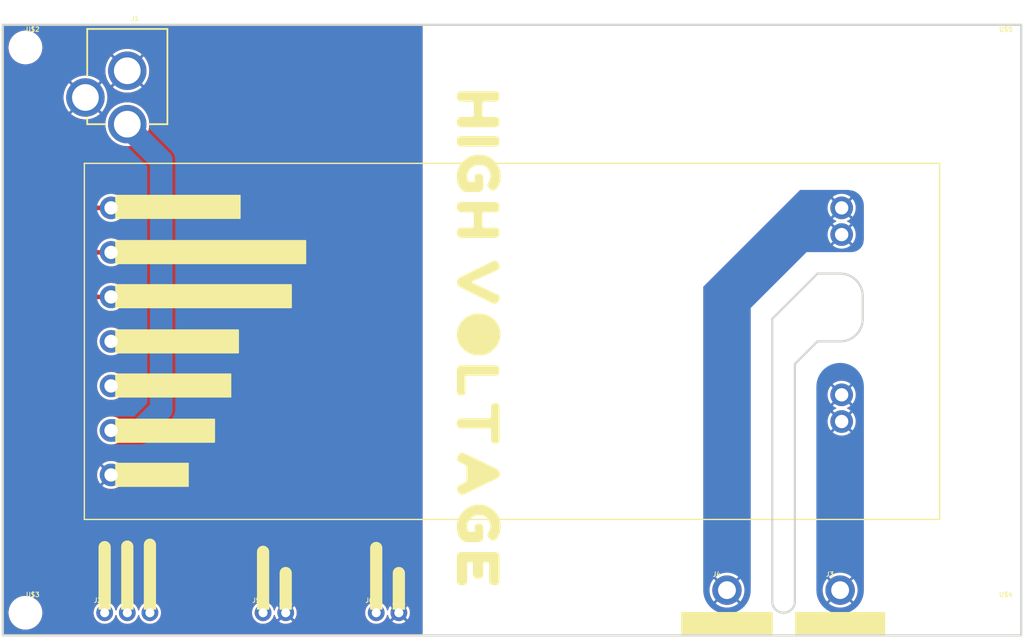
<source format=kicad_pcb>
(kicad_pcb (version 20221018) (generator pcbnew)
  (layers (0 "F.Cu" signal) (31 "B.Cu" signal) (34 "B.Paste" user) (35 "F.Paste" user) (36 "B.SilkS" user "B.Silkscreen") (37 "F.SilkS" user "F.Silkscreen") (38 "B.Mask" user) (39 "F.Mask" user) (44 "Edge.Cuts" user))
  (net 0 "")
  (net 1 "HVPOS")
  (net 2 "HVNEG")
  (net 3 "5REF")
  (net 4 "ADJ")
  (net 5 "GNDREF")
  (net 6 "12V")
  (net 7 "GND")
  (net 8 "EN")
  (net 9 "ISENSE")
  (footprint "working:ULTRAVOLT" (layer "F.Cu") (at 148.5011 106.2736 90)
    (fp_text reference "U$1" hide)
    (fp_text value "1A12-P4_M" hide)
    (fp_line (start -20 -48) (end -20 48) (stroke (width 0.1524)) (layer "F.SilkS"))
    (fp_line (start -20 48) (end 20 48) (stroke (width 0.1524)) (layer "F.SilkS"))
    (fp_line (start 20 -48) (end -20 -48) (stroke (width 0.1524)) (layer "F.SilkS"))
    (fp_line (start 20 48) (end 20 -48) (stroke (width 0.1524)) (layer "F.SilkS"))
    (pad "1" thru_hole circle (at -15 -45 270) (size 2.54 2.54) (drill 1.5) (layers "*.Cu" "*.Mask") (net 7 "GND"))
    (pad "2" thru_hole circle (at -10 -45 270) (size 2.54 2.54) (drill 1.5) (layers "*.Cu" "*.Mask") (net 6 "12V"))
    (pad "3" thru_hole circle (at -5 -45 270) (size 2.54 2.54) (drill 1.5) (layers "*.Cu" "*.Mask") (net 9 "ISENSE"))
    (pad "4" thru_hole circle (at 0 -45 270) (size 2.54 2.54) (drill 1.5) (layers "*.Cu" "*.Mask") (net 8 "EN"))
    (pad "5" thru_hole circle (at 5 -45 270) (size 2.54 2.54) (drill 1.5) (layers "*.Cu" "*.Mask") (net 5 "GNDREF"))
    (pad "6" thru_hole circle (at 10 -45 270) (size 2.54 2.54) (drill 1.5) (layers "*.Cu" "*.Mask") (net 4 "ADJ"))
    (pad "7" thru_hole circle (at 15 -45 270) (size 2.54 2.54) (drill 1.5) (layers "*.Cu" "*.Mask") (net 3 "5REF"))
    (pad "8" thru_hole circle (at 15 37 270) (size 2.54 2.54) (drill 1.5) (layers "*.Cu" "*.Mask") (net 2 "HVNEG"))
    (pad "9" thru_hole circle (at 12 37 270) (size 2.54 2.54) (drill 1.5) (layers "*.Cu" "*.Mask") (net 2 "HVNEG"))
    (pad "10" thru_hole circle (at -6 37 270) (size 2.54 2.54) (drill 1.5) (layers "*.Cu" "*.Mask") (net 1 "HVPOS"))
    (pad "11" thru_hole circle (at -9 37 270) (size 2.54 2.54) (drill 1.5) (layers "*.Cu" "*.Mask") (net 1 "HVPOS"))
  )
  (footprint "working:#_GND_#0" (layer "F.Cu") (at 123.1011 136.7536 90)
    (fp_text reference "U$21" hide)
    (fp_text value "" hide)
    (fp_poly (pts (xy 3.673424 -0.193878) (xy 3.714333 -0.132514) (xy 3.744835 -0.07151) (xy 3.755051 0) (xy 3.744835 0.07151) (xy 3.714235 0.13271) (xy 3.673557 0.183557) (xy 3.623347 0.223724) (xy 3.602071 0.245) (xy 3.385901 0.245) (xy 3.375 0.190495) (xy 3.375 -0.2225) (xy 3.418333 -0.255) (xy 3.55118 -0.255)) (fill solid) (layer "F.SilkS"))
    (fp_poly (pts (xy 4.470355 -0.685) (xy 4.540765 -0.674942) (xy 4.600765 -0.664942) (xy 4.67151 -0.654835) (xy 4.792236 -0.594472) (xy 4.852755 -0.564213) (xy 4.913375 -0.513696) (xy 4.953536 -0.473536) (xy 5.003886 -0.423185) (xy 5.044333 -0.362514) (xy 5.10468 -0.24182) (xy 5.124885 -0.171101) (xy 5.134942 -0.110765) (xy 5.145 -0.040355) (xy 5.145 0.030414) (xy 5.134942 0.090765) (xy 5.124901 0.161045) (xy 5.104778 0.231478) (xy 5.084532 0.292216) (xy 5.044218 0.352686) (xy 5.014089 0.402904) (xy 4.963696 0.463375) (xy 4.923375 0.503696) (xy 4.862904 0.554089) (xy 4.812686 0.584218) (xy 4.752124 0.624593) (xy 4.681478 0.644778) (xy 4.621153 0.664886) (xy 4.550707 0.67495) (xy 4.480355 0.685) (xy 0.345764 0.685) (xy 0.335 0.620414) (xy 0.335 -0.663385) (xy 0.389037 -0.685)) (fill solid) (layer "F.SilkS"))
  )
  (footprint "working:#_12V_IN#0" (layer "F.Cu") (at 103.2891 116.3066)
    (fp_text reference "U$12" hide)
    (fp_text value "" hide)
    (fp_poly (pts (xy 11.780734 -1.355) (xy 11.885 -1.32372) (xy 11.885 1.261061) (xy 11.843249 1.355) (xy 0.7377 1.355) (xy 0.675 1.28185) (xy 0.675 -1.2923) (xy 0.74815 -1.355)) (fill solid) (layer "F.SilkS"))
  )
  (footprint "working:#_GND_#0" (layer "F.Cu") (at 135.8011 136.7536 90)
    (fp_text reference "U$22" hide)
    (fp_text value "" hide)
    (fp_poly (pts (xy 3.673424 -0.193878) (xy 3.714333 -0.132514) (xy 3.744835 -0.07151) (xy 3.755051 0) (xy 3.744835 0.07151) (xy 3.714235 0.13271) (xy 3.673557 0.183557) (xy 3.623347 0.223724) (xy 3.602071 0.245) (xy 3.385901 0.245) (xy 3.375 0.190495) (xy 3.375 -0.2225) (xy 3.418333 -0.255) (xy 3.55118 -0.255)) (fill solid) (layer "F.SilkS"))
    (fp_poly (pts (xy 4.470355 -0.685) (xy 4.540765 -0.674942) (xy 4.600765 -0.664942) (xy 4.67151 -0.654835) (xy 4.792236 -0.594472) (xy 4.852755 -0.564213) (xy 4.913375 -0.513696) (xy 4.953536 -0.473536) (xy 5.003886 -0.423185) (xy 5.044333 -0.362514) (xy 5.10468 -0.24182) (xy 5.124885 -0.171101) (xy 5.134942 -0.110765) (xy 5.145 -0.040355) (xy 5.145 0.030414) (xy 5.134942 0.090765) (xy 5.124901 0.161045) (xy 5.104778 0.231478) (xy 5.084532 0.292216) (xy 5.044218 0.352686) (xy 5.014089 0.402904) (xy 4.963696 0.463375) (xy 4.923375 0.503696) (xy 4.862904 0.554089) (xy 4.812686 0.584218) (xy 4.752124 0.624593) (xy 4.681478 0.644778) (xy 4.621153 0.664886) (xy 4.550707 0.67495) (xy 4.480355 0.685) (xy 0.345764 0.685) (xy 0.335 0.620414) (xy 0.335 -0.663385) (xy 0.389037 -0.685)) (fill solid) (layer "F.SilkS"))
  )
  (footprint "working:1X01_2MM" (layer "F.Cu") (at 185.3311 134.2136)
    (fp_text reference "J3" (at -1.651 -1.778) (layer "F.SilkS") (effects (font (size 0.512064 0.512064) (thickness 0.097536)) (justify left)))
    (fp_text value "")
    (pad "1" thru_hole circle (at 0 0 90) (size 3.302 3.302) (drill 2) (layers "*.Cu" "*.Mask") (net 1 "HVPOS"))
  )
  (footprint "working:#_#5V_REF_#0" (layer "F.Cu") (at 102.7811 136.7536 90)
    (fp_text reference "U$14" hide)
    (fp_text value "" hide)
    (fp_poly (pts (xy 4.702982 -0.244276) (xy 4.744757 -0.192058) (xy 4.755117 -0.119539) (xy 4.734088 -0.056454) (xy 4.67118 -0.025) (xy 4.527929 -0.025) (xy 4.475 -0.077929) (xy 4.475 -0.210963) (xy 4.496615 -0.265) (xy 4.640811 -0.265)) (fill solid) (layer "F.SilkS"))
    (fp_poly (pts (xy 7.380355 -0.685) (xy 7.450765 -0.674942) (xy 7.510765 -0.664942) (xy 7.58151 -0.654835) (xy 7.76271 -0.564235) (xy 7.81334 -0.523731) (xy 7.863536 -0.473536) (xy 7.913886 -0.423185) (xy 7.954226 -0.362675) (xy 7.984462 -0.312281) (xy 8.014678 -0.241778) (xy 8.034886 -0.181153) (xy 8.044942 -0.110765) (xy 8.055 -0.050414) (xy 8.055 0.090355) (xy 8.044886 0.161153) (xy 8.024631 0.221918) (xy 7.964333 0.342514) (xy 7.92404 0.402954) (xy 7.883731 0.45334) (xy 7.83334 0.503731) (xy 7.782954 0.54404) (xy 7.722514 0.584333) (xy 7.601918 0.644631) (xy 7.541153 0.664886) (xy 7.470707 0.67495) (xy 7.400355 0.685) (xy 0.356615 0.685) (xy 0.335 0.630963) (xy 0.335 -0.6525) (xy 0.378333 -0.685)) (fill solid) (layer "F.SilkS"))
  )
  (footprint "working:1X03_NO_SILK" (layer "F.Cu") (at 102.7811 136.7536)
    (fp_text reference "J2" (at -1.27 -1.397) (layer "F.SilkS") (effects (font (size 0.512064 0.512064) (thickness 0.097536)) (justify left)))
    (fp_text value "")
    (pad "1" thru_hole circle (at 0 0 90) (size 1.8796 1.8796) (drill 1.016) (layers "*.Cu" "*.Mask") (net 3 "5REF"))
    (pad "2" thru_hole circle (at 2.54 0 90) (size 1.8796 1.8796) (drill 1.016) (layers "*.Cu" "*.Mask") (net 4 "ADJ"))
    (pad "3" thru_hole circle (at 5.08 0 90) (size 1.8796 1.8796) (drill 1.016) (layers "*.Cu" "*.Mask") (net 5 "GNDREF"))
  )
  (footprint "working:#_GND#0" (layer "F.Cu") (at 103.2891 121.2596)
    (fp_text reference "U$13" hide)
    (fp_text value "" hide)
    (fp_poly (pts (xy 7.110984 -0.494942) (xy 7.232454 -0.454452) (xy 7.343461 -0.363628) (xy 7.434287 -0.262711) (xy 7.484929 -0.14117) (xy 7.495025 0.000177) (xy 7.47486 0.141336) (xy 7.424287 0.262711) (xy 7.33354 0.36354) (xy 7.233237 0.453814) (xy 7.181754 0.495) (xy 6.765399 0.495) (xy 6.755 0.370208) (xy 6.755 -0.4425) (xy 6.838333 -0.505) (xy 6.970178 -0.505)) (fill solid) (layer "F.SilkS"))
    (fp_poly (pts (xy 8.935 -1.355) (xy 8.935 1.220192) (xy 8.92463 1.355) (xy 0.675 1.355) (xy 0.675 -1.355)) (fill solid) (layer "F.SilkS"))
  )
  (footprint "working:#_ENABLE_#0" (layer "F.Cu") (at 133.2611 136.7536 90)
    (fp_text reference "U$20" hide)
    (fp_text value "" hide)
    (fp_poly (pts (xy 3.523536 -0.07427) (xy 3.587196 0.06366) (xy 3.530495 0.075) (xy 3.45882 0.075) (xy 3.413429 0.052305) (xy 3.477195 -0.085855)) (fill solid) (layer "F.SilkS"))
    (fp_poly (pts (xy 4.704513 -0.223333) (xy 4.715355 -0.158284) (xy 4.672322 -0.115251) (xy 4.591938 -0.105203) (xy 4.554697 -0.077273) (xy 4.54512 -0.000659) (xy 4.56373 0.045865) (xy 4.631047 0.065098) (xy 4.703063 0.075387) (xy 4.735 0.128615) (xy 4.735 0.181385) (xy 4.703063 0.234613) (xy 4.630355 0.245) (xy 4.499586 0.245) (xy 4.435 0.234236) (xy 4.435 -0.244336) (xy 4.509645 -0.255) (xy 4.64118 -0.255)) (fill solid) (layer "F.SilkS"))
    (fp_poly (pts (xy 7.310355 -0.685) (xy 7.380707 -0.67495) (xy 7.451153 -0.664886) (xy 7.511778 -0.644678) (xy 7.582105 -0.614538) (xy 7.64271 -0.584235) (xy 7.693123 -0.543904) (xy 7.74334 -0.503731) (xy 7.793886 -0.453185) (xy 7.834043 -0.392948) (xy 7.874235 -0.34271) (xy 7.90468 -0.28182) (xy 7.924778 -0.211478) (xy 7.944886 -0.151153) (xy 7.95495 -0.080707) (xy 7.965 -0.010355) (xy 7.965 0.050355) (xy 7.954901 0.121045) (xy 7.934778 0.191478) (xy 7.914631 0.251918) (xy 7.854333 0.372514) (xy 7.813886 0.433185) (xy 7.76334 0.483731) (xy 7.713123 0.523904) (xy 7.662954 0.56404) (xy 7.602514 0.604333) (xy 7.541918 0.634631) (xy 7.481153 0.654886) (xy 7.410707 0.66495) (xy 7.340765 0.674942) (xy 7.280414 0.685) (xy 0.3675 0.685) (xy 0.335 0.641667) (xy 0.335 -0.6525) (xy 0.378333 -0.685)) (fill solid) (layer "F.SilkS"))
  )
  (footprint "working:STAND-OFF" (layer "F.Cu") (at 93.8911 136.7536)
    (fp_text reference "U$3" (at 0 -2.032) (layer "F.SilkS") (effects (font (size 0.512064 0.512064) (thickness 0.097536)) (justify left)))
    (fp_text value "")
    (pad "" np_thru_hole circle (at 0 0) (size 3.302 3.302) (drill 3.302) (layers "*.Cu" "*.Mask"))
  )
  (footprint "working:#_#5V_REF#0" (layer "F.Cu") (at 103.2891 91.1606)
    (fp_text reference "U$7" hide)
    (fp_text value "" hide)
    (fp_poly (pts (xy 9.38208 -0.494739) (xy 9.484515 -0.412791) (xy 9.515162 -0.269774) (xy 9.474238 -0.13677) (xy 9.361798 -0.065218) (xy 9.230382 -0.045) (xy 8.955586 -0.045) (xy 8.945 -0.129689) (xy 8.945 -0.40067) (xy 8.976181 -0.515) (xy 9.250382 -0.515)) (fill solid) (layer "F.SilkS"))
    (fp_poly (pts (xy 14.630208 -1.355) (xy 14.755 -1.344601) (xy 14.755 1.240451) (xy 14.734173 1.355) (xy 0.779266 1.355) (xy 0.675 1.32372) (xy 0.675 -1.261061) (xy 0.716751 -1.355)) (fill solid) (layer "F.SilkS"))
  )
  (footprint "working:#HV_P#0" (layer "F.Cu") (at 185.3311 138.0236)
    (fp_text reference "U$17" hide)
    (fp_text value "" hide)
    (fp_poly (pts (xy 3.502661 -0.474517) (xy 3.594735 -0.372214) (xy 3.615144 -0.229346) (xy 3.563757 -0.106018) (xy 3.36085 -0.035) (xy 3.086615 -0.035) (xy 3.045 -0.139037) (xy 3.045 -0.411296) (xy 3.097058 -0.505) (xy 3.370569 -0.505)) (fill solid) (layer "F.SilkS"))
    (fp_poly (pts (xy 4.98185 -1.355) (xy 5.055 -1.2923) (xy 5.055 1.2923) (xy 4.98185 1.355) (xy -5.055 1.355) (xy -5.055 -1.355)) (fill solid) (layer "F.SilkS"))
  )
  (footprint "working:POWER_JACK_PTH" (layer "F.Cu") (at 105.3211 68.1736 180)
    (fp_text reference "J1" (at -1.3716 -1.8288) (layer "F.SilkS") (effects (font (size 0.512064 0.512064) (thickness 0.097536)) (justify right)))
    (fp_text value "POWER_JACK")
    (fp_line (start -4.5 -13.7) (end -2.4 -13.7) (stroke (width 0.2032)) (layer "F.SilkS"))
    (fp_line (start -4.5 -3) (end -4.5 -13.7) (stroke (width 0.2032)) (layer "F.SilkS"))
    (fp_line (start -4.5 -3) (end 4.5 -3) (stroke (width 0.2032)) (layer "F.SilkS"))
    (fp_line (start 4.5 -13.7) (end 2.4 -13.7) (stroke (width 0.2032)) (layer "F.SilkS"))
    (fp_line (start 4.5 -13.7) (end 4.5 -13) (stroke (width 0.2032)) (layer "F.SilkS"))
    (fp_line (start 4.5 -3) (end 4.5 -8.3) (stroke (width 0.2032)) (layer "F.SilkS"))
    (pad "GND" thru_hole circle (at 0 -7.7 180) (size 4.318 4.318) (drill 2.9972) (layers "*.Cu" "*.Mask") (net 7 "GND"))
    (pad "GNDBREAK" thru_hole circle (at 4.7 -10.7 270) (size 4.318 4.318) (drill 2.9972) (layers "*.Cu" "*.Mask") (net 7 "GND"))
    (pad "PWR" thru_hole circle (at 0 -13.7 180) (size 4.318 4.318) (drill 2.9972) (layers "*.Cu" "*.Mask") (net 6 "12V"))
  )
  (footprint "working:#_REMOTE_ADJ#0" (layer "F.Cu") (at 103.2891 96.2406)
    (fp_text reference "U$8" hide)
    (fp_text value "" hide)
    (fp_poly (pts (xy 16.474643 0.028137) (xy 16.517138 0.145) (xy 16.236096 0.145) (xy 16.214734 0.059553) (xy 16.325801 -0.192872) (xy 16.361633 -0.228704)) (fill solid) (layer "F.SilkS"))
    (fp_poly (pts (xy 3.042556 -0.484515) (xy 3.134714 -0.392357) (xy 3.155144 -0.249346) (xy 3.10397 -0.126527) (xy 2.981528 -0.055103) (xy 2.850192 -0.045) (xy 2.71819 -0.045) (xy 2.595 -0.147658) (xy 2.595 -0.421296) (xy 2.647058 -0.515) (xy 2.920616 -0.515)) (fill solid) (layer "F.SilkS"))
    (fp_poly (pts (xy 18.671864 -0.474701) (xy 18.793194 -0.403925) (xy 18.883995 -0.303035) (xy 18.954679 -0.19196) (xy 18.985041 -0.060393) (xy 18.974947 0.080925) (xy 18.934534 0.212267) (xy 18.853891 0.323151) (xy 18.762956 0.42419) (xy 18.590989 0.495) (xy 18.317929 0.495) (xy 18.245 0.422071) (xy 18.245 -0.390451) (xy 18.265827 -0.505) (xy 18.540569 -0.505)) (fill solid) (layer "F.SilkS"))
    (fp_poly (pts (xy 9.401183 -0.534924) (xy 9.522599 -0.484334) (xy 9.633665 -0.393462) (xy 9.714499 -0.282315) (xy 9.754886 -0.161153) (xy 9.775047 -0.020024) (xy 9.754869 0.131314) (xy 9.704344 0.252573) (xy 9.623484 0.353648) (xy 9.512409 0.434431) (xy 9.381112 0.484929) (xy 9.249621 0.495044) (xy 9.11804 0.464679) (xy 9.007064 0.394058) (xy 8.896222 0.303369) (xy 8.805 0.161469) (xy 8.805 -0.120752) (xy 8.84542 -0.252115) (xy 8.916148 -0.36326) (xy 9.017037 -0.45406) (xy 9.138301 -0.524797) (xy 9.269809 -0.545029)) (fill solid) (layer "F.SilkS"))
    (fp_poly (pts (xy 22.094173 -1.355) (xy 22.115 -1.240451) (xy 22.115 1.344601) (xy 21.990208 1.355) (xy 0.716751 1.355) (xy 0.675 1.261061) (xy 0.675 -1.32372) (xy 0.779266 -1.355)) (fill solid) (layer "F.SilkS"))
  )
  (footprint "working:#_I_SENSE_#0" (layer "F.Cu") (at 120.5611 136.7536 90)
    (fp_text reference "U$19" hide)
    (fp_text value "" hide)
    (fp_poly (pts (xy 6.840355 -0.685) (xy 6.910357 -0.675) (xy 6.9707 -0.675) (xy 7.041478 -0.654778) (xy 7.101778 -0.634678) (xy 7.172593 -0.604328) (xy 7.222948 -0.564044) (xy 7.282954 -0.52404) (xy 7.333557 -0.483557) (xy 7.37404 -0.432954) (xy 7.41416 -0.372774) (xy 7.454333 -0.312514) (xy 7.484631 -0.251918) (xy 7.504886 -0.191153) (xy 7.514942 -0.120765) (xy 7.524942 -0.060765) (xy 7.535051 0.01) (xy 7.52495 0.080707) (xy 7.514886 0.151153) (xy 7.494743 0.211581) (xy 7.474631 0.271918) (xy 7.444333 0.332514) (xy 7.40404 0.392954) (xy 7.363731 0.44334) (xy 7.313536 0.493536) (xy 7.263185 0.543886) (xy 7.202675 0.584226) (xy 7.152281 0.614462) (xy 7.081778 0.644678) (xy 7.021153 0.664886) (xy 6.950765 0.674942) (xy 6.890414 0.685) (xy 0.37882 0.685) (xy 0.335 0.66309) (xy 0.335 -0.630963) (xy 0.356615 -0.685)) (fill solid) (layer "F.SilkS"))
  )
  (footprint "working:STAND-OFF" (layer "F.Cu") (at 203.1111 136.7536)
    (fp_text reference "U$4" (at 0 -2.032) (layer "F.SilkS") (effects (font (size 0.512064 0.512064) (thickness 0.097536)) (justify left)))
    (fp_text value "")
    (pad "" np_thru_hole circle (at 0 0) (size 3.302 3.302) (drill 3.302) (layers "*.Cu" "*.Mask"))
  )
  (footprint "working:#_ENABLE#0" (layer "F.Cu") (at 103.2891 106.2736)
    (fp_text reference "U$10" hide)
    (fp_text value "" hide)
    (fp_poly (pts (xy 7.053954 -0.113373) (xy 7.167513 0.134391) (xy 7.040208 0.145) (xy 6.897658 0.145) (xy 6.844176 0.080821) (xy 6.957821 -0.177462)) (fill solid) (layer "F.SilkS"))
    (fp_poly (pts (xy 9.415 -0.442968) (xy 9.415 -0.297555) (xy 9.321861 -0.225113) (xy 9.17202 -0.215123) (xy 9.094868 -0.147615) (xy 9.085089 0.01862) (xy 9.142988 0.105468) (xy 9.41325 0.155517) (xy 9.475117 0.26894) (xy 9.46483 0.382092) (xy 9.38254 0.474668) (xy 9.250382 0.495) (xy 8.978704 0.495) (xy 8.885 0.442942) (xy 8.885 -0.505) (xy 9.301275 -0.505)) (fill solid) (layer "F.SilkS"))
    (fp_poly (pts (xy 14.491602 -1.355) (xy 14.565 -1.302573) (xy 14.565 1.281602) (xy 14.512573 1.355) (xy 0.695827 1.355) (xy 0.675 1.240451) (xy 0.675 -1.334173) (xy 0.789549 -1.355)) (fill solid) (layer "F.SilkS"))
  )
  (footprint "working:#_ADJUST_#0" (layer "F.Cu") (at 105.3211 136.7536 90)
    (fp_text reference "U$15" hide)
    (fp_text value "" hide)
    (fp_poly (pts (xy 1.574629 0.01811) (xy 1.597385 0.075) (xy 1.445 0.075) (xy 1.445 0.029072) (xy 1.496566 -0.105) (xy 1.523333 -0.105)) (fill solid) (layer "F.SilkS"))
    (fp_poly (pts (xy 2.682007 -0.234627) (xy 2.7331 -0.203971) (xy 2.784109 -0.152962) (xy 2.814835 -0.09151) (xy 2.825 -0.020355) (xy 2.825 0.050811) (xy 2.804532 0.112216) (xy 2.76373 0.173419) (xy 2.712427 0.214461) (xy 2.620811 0.245) (xy 2.487929 0.245) (xy 2.455 0.212071) (xy 2.455 -0.200963) (xy 2.476615 -0.255) (xy 2.6107 -0.255)) (fill solid) (layer "F.SilkS"))
    (fp_poly (pts (xy 7.520765 -0.674942) (xy 7.591045 -0.664901) (xy 7.661478 -0.644778) (xy 7.721918 -0.624631) (xy 7.782514 -0.594333) (xy 7.842954 -0.55404) (xy 7.89334 -0.513731) (xy 7.943731 -0.46334) (xy 7.98404 -0.412954) (xy 8.024333 -0.352514) (xy 8.084835 -0.23151) (xy 8.094886 -0.161149) (xy 8.115 -0.100811) (xy 8.115 0.110811) (xy 8.094778 0.171478) (xy 8.07468 0.24182) (xy 8.014235 0.36271) (xy 7.974043 0.412948) (xy 7.93373 0.473419) (xy 7.883123 0.513904) (xy 7.832954 0.55404) (xy 7.772514 0.594333) (xy 7.71182 0.62468) (xy 7.641478 0.644778) (xy 7.581153 0.664886) (xy 7.510765 0.674942) (xy 7.450414 0.685) (xy 0.39097 0.685) (xy 0.390484 0.685196) (xy 0.389504 0.685) (xy 0.374572 0.685) (xy 0.379475 0.682994) (xy 0.335 0.674099) (xy 0.335 -0.620414) (xy 0.345764 -0.685) (xy 7.460414 -0.685)) (fill solid) (layer "F.SilkS"))
  )
  (footprint "working:#_I_SENSE#0" (layer "F.Cu") (at 103.2891 111.2266)
    (fp_text reference "U$11" hide)
    (fp_text value "" hide)
    (fp_poly (pts (xy 13.69463 -1.355) (xy 13.705 -1.220192) (xy 13.705 1.355) (xy 0.685399 1.355) (xy 0.675 1.230208) (xy 0.675 -1.355)) (fill solid) (layer "F.SilkS"))
  )
  (footprint "working:#HV_N#0" (layer "F.Cu") (at 172.6311 138.0236)
    (fp_text reference "U$16" hide)
    (fp_text value "" hide)
    (fp_poly (pts (xy 5.145 -1.355) (xy 5.145 1.230208) (xy 5.134601 1.355) (xy -5.020208 1.355) (xy -5.145 1.344601) (xy -5.145 -1.230208) (xy -5.134601 -1.355)) (fill solid) (layer "F.SilkS"))
  )
  (footprint "working:STAND-OFF" (layer "F.Cu") (at 93.8911 73.2536)
    (fp_text reference "U$2" (at 0 -2.032) (layer "F.SilkS") (effects (font (size 0.512064 0.512064) (thickness 0.097536)) (justify left)))
    (fp_text value "")
    (pad "" np_thru_hole circle (at 0 0) (size 3.302 3.302) (drill 3.302) (layers "*.Cu" "*.Mask"))
  )
  (footprint "working:1X02_NO_SILK" (layer "F.Cu") (at 120.5611 136.7536)
    (fp_text reference "J5" (at -1.27 -1.397) (layer "F.SilkS") (effects (font (size 0.512064 0.512064) (thickness 0.097536)) (justify left)))
    (fp_text value "")
    (pad "1" thru_hole circle (at 0 0 90) (size 1.8796 1.8796) (drill 1.016) (layers "*.Cu" "*.Mask") (net 9 "ISENSE"))
    (pad "2" thru_hole circle (at 2.54 0 90) (size 1.8796 1.8796) (drill 1.016) (layers "*.Cu" "*.Mask") (net 7 "GND"))
  )
  (footprint "working:#_SIGNAL_GND#0" (layer "F.Cu") (at 103.2891 101.1936)
    (fp_text reference "U$9" hide)
    (fp_text value "" hide)
    (fp_poly (pts (xy 9.954532 0.017885) (xy 10.01809 0.145) (xy 9.737098 0.145) (xy 9.694409 0.070293) (xy 9.80555 -0.182302) (xy 9.840685 -0.240859)) (fill solid) (layer "F.SilkS"))
    (fp_poly (pts (xy 18.670925 -0.494947) (xy 18.802267 -0.454534) (xy 18.913484 -0.373648) (xy 18.994389 -0.272518) (xy 19.04486 -0.141292) (xy 19.065055 -0.010027) (xy 19.04486 0.131336) (xy 18.994287 0.252711) (xy 18.903629 0.353443) (xy 18.803536 0.453536) (xy 18.762071 0.495) (xy 18.345827 0.495) (xy 18.325 0.380451) (xy 18.325 -0.4423) (xy 18.39815 -0.505) (xy 18.530178 -0.505)) (fill solid) (layer "F.SilkS"))
    (fp_poly (pts (xy 20.463249 -1.355) (xy 20.505 -1.261061) (xy 20.505 1.32372) (xy 20.400734 1.355) (xy 0.758566 1.355) (xy 0.675 1.302771) (xy 0.675 -1.281602) (xy 0.727427 -1.355)) (fill solid) (layer "F.SilkS"))
  )
  (footprint "working:1X02_NO_SILK" (layer "F.Cu") (at 133.2611 136.7536)
    (fp_text reference "J6" (at -1.27 -1.397) (layer "F.SilkS") (effects (font (size 0.512064 0.512064) (thickness 0.097536)) (justify left)))
    (fp_text value "")
    (pad "1" thru_hole circle (at 0 0 90) (size 1.8796 1.8796) (drill 1.016) (layers "*.Cu" "*.Mask") (net 8 "EN"))
    (pad "2" thru_hole circle (at 2.54 0 90) (size 1.8796 1.8796) (drill 1.016) (layers "*.Cu" "*.Mask") (net 7 "GND"))
  )
  (footprint "working:STAND-OFF" (layer "F.Cu") (at 203.1111 73.2536)
    (fp_text reference "U$5" (at 0 -2.032) (layer "F.SilkS") (effects (font (size 0.512064 0.512064) (thickness 0.097536)) (justify left)))
    (fp_text value "")
    (pad "" np_thru_hole circle (at 0 0) (size 3.302 3.302) (drill 3.302) (layers "*.Cu" "*.Mask"))
  )
  (footprint "working:HIGH_VOLTAGE0" (layer "F.Cu") (at 144.6911 74.5236 -90)
    (fp_text reference "U$6" hide)
    (fp_text value "" hide)
    (fp_poly (pts (xy 9.682931 -2.324471) (xy 9.844908 -2.101752) (xy 9.865 -1.750143) (xy 9.865 1.620069) (xy 9.854975 1.980963) (xy 9.753887 2.2539) (xy 9.450833 2.36502) (xy 9.008563 2.354969) (xy 8.755462 2.203108) (xy 8.705012 1.910497) (xy 8.695 1.550069) (xy 8.695 -1.830234) (xy 8.725176 -2.152115) (xy 8.907536 -2.354737) (xy 9.320247 -2.405067)) (fill solid) (layer "F.SilkS"))
    (fp_poly (pts (xy 35.514239 -2.253434) (xy 35.595 -1.960677) (xy 35.595 1.415) (xy 37.280214 1.415) (xy 37.632596 1.445204) (xy 37.814952 1.678215) (xy 37.825034 2.041154) (xy 37.683309 2.31448) (xy 37.350451 2.375) (xy 34.979466 2.375) (xy 34.60712 2.294493) (xy 34.455092 2.091789) (xy 34.435 1.730139) (xy 34.435 -1.990784) (xy 34.525912 -2.27362) (xy 34.788902 -2.395) (xy 35.241219 -2.395)) (fill solid) (layer "F.SilkS"))
    (fp_poly (pts (xy 43.184759 -2.253027) (xy 43.215033 -1.899825) (xy 43.164507 -1.576454) (xy 42.870994 -1.455) (xy 41.830322 -1.455) (xy 41.525 -1.415603) (xy 41.525 1.650071) (xy 41.514967 2.001211) (xy 41.373495 2.294262) (xy 41.060501 2.375034) (xy 40.688248 2.354913) (xy 40.425239 2.162714) (xy 40.395 1.850241) (xy 40.395 -1.228773) (xy 40.276969 -1.455) (xy 39.259857 -1.455) (xy 38.907745 -1.475121) (xy 38.69511 -1.697881) (xy 38.674934 -2.061048) (xy 38.816646 -2.344472) (xy 39.149549 -2.405) (xy 42.921339 -2.405)) (fill solid) (layer "F.SilkS"))
    (fp_poly (pts (xy 27.162389 -2.344492) (xy 27.464381 -2.102899) (xy 27.535202 -1.849966) (xy 27.434673 -1.508168) (xy 25.784446 1.81229) (xy 25.623957 2.113206) (xy 25.372149 2.324725) (xy 25.049547 2.375131) (xy 24.726906 2.264224) (xy 24.525714 1.992615) (xy 22.735296 -1.638233) (xy 22.654623 -1.940757) (xy 22.806401 -2.193721) (xy 23.1684 -2.394831) (xy 23.471586 -2.435256) (xy 23.713925 -2.22321) (xy 23.834461 -2.012272) (xy 24.014563 -1.612044) (xy 24.834552 0.227931) (xy 25.024042 0.636831) (xy 25.118152 0.712119) (xy 26.395468 -2.032112) (xy 26.536342 -2.333984) (xy 26.839872 -2.445279)) (fill solid) (layer "F.SilkS"))
    (fp_poly (pts (xy 47.013395 -2.323893) (xy 47.144335 -2.132519) (xy 48.78451 1.237841) (xy 48.944776 1.578407) (xy 49.005292 1.870899) (xy 48.853611 2.1237) (xy 48.481542 2.334874) (xy 48.168332 2.365185) (xy 47.925968 2.153115) (xy 47.765484 1.832148) (xy 47.625718 1.522667) (xy 47.437409 1.294714) (xy 47.43753 1.295) (xy 45.73309 1.295) (xy 45.584487 1.592207) (xy 45.434443 1.902298) (xy 45.273767 2.193522) (xy 44.990768 2.37545) (xy 44.687913 2.284594) (xy 44.336041 2.063417) (xy 44.224647 1.810248) (xy 44.335359 1.47811) (xy 45.975515 -1.902209) (xy 46.126008 -2.203197) (xy 46.397963 -2.42479) (xy 46.730891 -2.465145)) (fill solid) (layer "F.SilkS"))
    (fp_poly (pts (xy 4.69378 -2.283898) (xy 4.804972 -2.021081) (xy 4.815 -1.660069) (xy 4.815 -0.642072) (xy 4.982072 -0.475) (xy 6.348265 -0.475) (xy 6.535 -0.622422) (xy 6.535 -2.000811) (xy 6.636047 -2.303953) (xy 6.939253 -2.405021) (xy 7.321316 -2.394967) (xy 7.604215 -2.243414) (xy 7.695 -1.930711) (xy 7.695 1.83054) (xy 7.624541 2.15264) (xy 7.422113 2.334825) (xy 6.989416 2.375076) (xy 6.656316 2.264042) (xy 6.545029 2.011118) (xy 6.535 1.650069) (xy 6.534999 0.632326) (xy 6.348174 0.475) (xy 4.991901 0.475) (xy 4.815 0.632245) (xy 4.815 1.650071) (xy 4.80497 2.001129) (xy 4.68365 2.274098) (xy 4.36054 2.37507) (xy 3.918174 2.334855) (xy 3.695307 2.17277) (xy 3.655 1.850311) (xy 3.655 -1.920479) (xy 3.715482 -2.232971) (xy 3.938356 -2.38493) (xy 4.380824 -2.405043)) (fill solid) (layer "F.SilkS"))
    (fp_poly (pts (xy 17.12378 -2.283898) (xy 17.234972 -2.021081) (xy 17.245 -1.660069) (xy 17.245 -0.642072) (xy 17.412072 -0.475) (xy 18.768333 -0.475) (xy 18.965 -0.622499) (xy 18.965 -2.000811) (xy 19.066047 -2.303953) (xy 19.369253 -2.405021) (xy 19.751316 -2.394967) (xy 20.034294 -2.243372) (xy 20.114982 -1.930705) (xy 20.125 -1.580071) (xy 20.125 1.83054) (xy 20.054541 2.15264) (xy 19.852113 2.334825) (xy 19.419439 2.375074) (xy 19.076229 2.264035) (xy 18.975027 2.01103) (xy 18.965 1.650069) (xy 18.965 0.632326) (xy 18.778174 0.475) (xy 17.421901 0.475) (xy 17.245 0.632245) (xy 17.245 1.650143) (xy 17.224944 2.001116) (xy 17.113741 2.274069) (xy 16.79054 2.37507) (xy 16.348174 2.334855) (xy 16.125307 2.17277) (xy 16.085 1.850311) (xy 16.085 -1.920479) (xy 16.145482 -2.232971) (xy 16.368356 -2.38493) (xy 16.810824 -2.405043)) (fill solid) (layer "F.SilkS"))
    (fp_poly (pts (xy 58.811445 -2.384922) (xy 59.064466 -2.24323) (xy 59.135059 -1.880179) (xy 59.084755 -1.467683) (xy 58.89225 -1.275179) (xy 58.55022 -1.245) (xy 56.850342 -1.245) (xy 56.565 -1.205642) (xy 56.565 -0.870342) (xy 56.604358 -0.585) (xy 57.970758 -0.585) (xy 58.263388 -0.494184) (xy 58.405 -0.241305) (xy 58.405 0.201296) (xy 58.253472 0.474046) (xy 57.980961 0.574976) (xy 57.610068 0.585) (xy 56.594525 0.585) (xy 56.565 0.880248) (xy 56.565 1.215) (xy 58.600388 1.215) (xy 58.922595 1.265345) (xy 59.104873 1.478002) (xy 59.13505 1.910549) (xy 59.034154 2.253596) (xy 58.791157 2.36497) (xy 58.430069 2.375) (xy 56.059751 2.375) (xy 55.658016 2.334826) (xy 55.445288 2.162619) (xy 55.405 1.840311) (xy 55.405 -1.920616) (xy 55.485647 -2.243204) (xy 55.718478 -2.384927) (xy 56.099869 -2.405) (xy 58.480151 -2.405)) (fill solid) (layer "F.SilkS"))
    (fp_poly (pts (xy 13.470537 -2.534986) (xy 13.79128 -2.474847) (xy 14.112002 -2.364599) (xy 14.41262 -2.20427) (xy 14.714034 -1.993279) (xy 14.835418 -1.710051) (xy 14.704233 -1.387136) (xy 14.422583 -1.115545) (xy 14.179587 -1.044671) (xy 13.85791 -1.195458) (xy 13.548589 -1.33515) (xy 13.199937 -1.384957) (xy 12.86114 -1.345099) (xy 12.552434 -1.235558) (xy 12.283532 -1.026412) (xy 12.084386 -0.777479) (xy 11.964896 -0.468799) (xy 11.92504 -0.110091) (xy 11.974865 0.228717) (xy 12.094419 0.537566) (xy 12.293649 0.806526) (xy 12.572688 1.035736) (xy 12.871402 1.175136) (xy 13.190023 1.214964) (xy 13.538703 1.175115) (xy 13.815 1.056702) (xy 13.815 0.384855) (xy 13.479857 0.374998) (xy 13.117801 0.364941) (xy 12.915057 0.15206) (xy 12.904975 -0.200818) (xy 13.016218 -0.504208) (xy 13.339384 -0.585) (xy 14.360392 -0.585) (xy 14.74246 -0.524674) (xy 14.924725 -0.332283) (xy 14.975 0.019645) (xy 14.975 1.380635) (xy 14.894515 1.692515) (xy 14.663246 1.933839) (xy 14.412447 2.104382) (xy 14.121691 2.234722) (xy 13.790932 2.324928) (xy 13.420335 2.364993) (xy 13.039772 2.375008) (xy 12.699025 2.33492) (xy 12.378254 2.244703) (xy 12.07758 2.104388) (xy 11.797014 1.924024) (xy 11.526489 1.693577) (xy 11.296111 1.43315) (xy 11.095682 1.162571) (xy 10.955368 0.861898) (xy 10.845149 0.551279) (xy 10.785025 0.210579) (xy 10.764992 -0.14) (xy 10.78503 -0.490665) (xy 10.855192 -0.82143) (xy 10.975459 -1.13212) (xy 11.135783 -1.422708) (xy 11.336233 -1.693315) (xy 11.586757 -1.933818) (xy 11.867227 -2.14417) (xy 12.157819 -2.314517) (xy 12.468485 -2.434775) (xy 12.789169 -2.514946) (xy 13.129853 -2.545006)) (fill solid) (layer "F.SilkS"))
    (fp_poly (pts (xy 52.790537 -2.534986) (xy 53.111305 -2.474843) (xy 53.421992 -2.364599) (xy 53.732592 -2.204289) (xy 54.034034 -1.993279) (xy 54.155418 -1.710051) (xy 54.024233 -1.387136) (xy 53.742563 -1.115525) (xy 53.48956 -1.044684) (xy 53.167882 -1.195471) (xy 52.868559 -1.335154) (xy 52.519937 -1.384957) (xy 52.18114 -1.345099) (xy 51.872434 -1.235558) (xy 51.603532 -1.026412) (xy 51.404386 -0.777479) (xy 51.284896 -0.468799) (xy 51.245032 -0.110019) (xy 51.284883 0.228716) (xy 51.414377 0.537509) (xy 51.613678 0.806566) (xy 51.882701 1.035733) (xy 52.191371 1.175132) (xy 52.510023 1.214964) (xy 52.858703 1.175115) (xy 53.135 1.056702) (xy 53.135 0.384855) (xy 52.799857 0.374998) (xy 52.437801 0.364941) (xy 52.235057 0.15206) (xy 52.224975 -0.200818) (xy 52.336218 -0.504208) (xy 52.659384 -0.585) (xy 53.680392 -0.585) (xy 54.06246 -0.524674) (xy 54.244725 -0.332283) (xy 54.295 0.019645) (xy 54.295 1.380711) (xy 54.204476 1.692517) (xy 53.983293 1.933807) (xy 53.732447 2.104382) (xy 53.441691 2.234722) (xy 53.110932 2.324928) (xy 52.740333 2.364993) (xy 52.349762 2.375008) (xy 52.019017 2.334917) (xy 51.698254 2.244703) (xy 51.39758 2.104388) (xy 51.117014 1.924024) (xy 50.846529 1.693612) (xy 50.606101 1.433148) (xy 50.415656 1.162516) (xy 50.275368 0.861898) (xy 50.165149 0.551279) (xy 50.105025 0.210579) (xy 50.084992 -0.14) (xy 50.10503 -0.490665) (xy 50.175192 -0.82143) (xy 50.295459 -1.13212) (xy 50.455783 -1.422708) (xy 50.656233 -1.693315) (xy 50.906757 -1.933818) (xy 51.187227 -2.14417) (xy 51.477819 -2.314517) (xy 51.788485 -2.434775) (xy 52.109169 -2.514946) (xy 52.449853 -2.545006)) (fill solid) (layer "F.SilkS"))
    (fp_poly (pts (xy 31.290741 -2.484954) (xy 31.621386 -2.414817) (xy 31.922107 -2.304553) (xy 32.222782 -2.13417) (xy 32.493275 -1.923787) (xy 32.743724 -1.683356) (xy 32.954188 -1.412759) (xy 33.114541 -1.12212) (xy 33.234802 -0.811445) (xy 33.304969 -0.490681) (xy 33.325004 -0.140071) (xy 33.314988 0.210509) (xy 33.254864 0.551208) (xy 33.154642 0.861896) (xy 33.004352 1.162477) (xy 32.823999 1.443026) (xy 32.593542 1.703542) (xy 32.333026 1.933999) (xy 32.05242 2.114388) (xy 31.751679 2.254734) (xy 31.430902 2.334928) (xy 31.090222 2.375008) (xy 30.739478 2.364987) (xy 30.40878 2.30486) (xy 30.098104 2.204642) (xy 29.797429 2.054305) (xy 29.526852 1.863899) (xy 29.266348 1.623433) (xy 29.045881 1.35286) (xy 28.878274 1.066943) (xy 28.877711 1.067292) (xy 28.875535 1.062272) (xy 28.873216 1.058315) (xy 28.873693 1.05802) (xy 28.745278 0.761678) (xy 28.65508 0.440975) (xy 28.615 0.100293) (xy 28.615 -0.250377) (xy 28.665089 -0.580965) (xy 28.745235 -0.911566) (xy 28.875504 -1.222207) (xy 29.045876 -1.522864) (xy 29.256378 -1.773462) (xy 29.506887 -2.00393) (xy 29.787467 -2.194324) (xy 30.088104 -2.344642) (xy 30.39878 -2.44486) (xy 30.729437 -2.50498) (xy 30.950107 -2.51501)) (fill solid) (layer "F.SilkS"))
  )
  (footprint "working:#_REF_GND_#0" (layer "F.Cu") (at 107.8611 136.7536 90)
    (fp_text reference "U$18" hide)
    (fp_text value "" hide)
    (fp_poly (pts (xy 1.522619 -0.244452) (xy 1.564452 -0.202619) (xy 1.585233 -0.129886) (xy 1.564201 -0.066791) (xy 1.501514 -0.025) (xy 1.358486 -0.025) (xy 1.295 -0.067324) (xy 1.295 -0.210963) (xy 1.316615 -0.265) (xy 1.4507 -0.265)) (fill solid) (layer "F.SilkS"))
    (fp_poly (pts (xy 6.80271 -0.224235) (xy 6.85334 -0.183731) (xy 6.90437 -0.132701) (xy 6.924886 -0.071153) (xy 6.935051 0) (xy 6.924835 0.07151) (xy 6.894235 0.13271) (xy 6.853731 0.18334) (xy 6.802962 0.234109) (xy 6.78118 0.245) (xy 6.565901 0.245) (xy 6.555 0.190495) (xy 6.555 -0.2225) (xy 6.598333 -0.255) (xy 6.74118 -0.255)) (fill solid) (layer "F.SilkS"))
    (fp_poly (pts (xy 7.650355 -0.685) (xy 7.720765 -0.674942) (xy 7.780765 -0.664942) (xy 7.85151 -0.654835) (xy 8.032514 -0.564333) (xy 8.093419 -0.52373) (xy 8.133724 -0.473347) (xy 8.183886 -0.423185) (xy 8.224333 -0.362514) (xy 8.284631 -0.241918) (xy 8.304886 -0.181153) (xy 8.314942 -0.110765) (xy 8.325 -0.050414) (xy 8.325 0.090355) (xy 8.314886 0.161153) (xy 8.294631 0.221918) (xy 8.234333 0.342514) (xy 8.19404 0.402954) (xy 8.153731 0.45334) (xy 8.10334 0.503731) (xy 8.052954 0.54404) (xy 7.992514 0.584333) (xy 7.871918 0.644631) (xy 7.811153 0.664886) (xy 7.740707 0.67495) (xy 7.670355 0.685) (xy 0.356615 0.685) (xy 0.335 0.630963) (xy 0.335 -0.6525) (xy 0.378333 -0.685)) (fill solid) (layer "F.SilkS"))
  )
  (footprint "working:1X01_2MM" (layer "F.Cu") (at 172.6311 134.2136)
    (fp_text reference "J4" (at -1.651 -1.778) (layer "F.SilkS") (effects (font (size 0.512064 0.512064) (thickness 0.097536)) (justify left)))
    (fp_text value "")
    (pad "1" thru_hole circle (at 0 0 90) (size 3.302 3.302) (drill 2) (layers "*.Cu" "*.Mask") (net 2 "HVNEG"))
  )
  (gr_line (start 205.6511 139.2936) (end 91.3511 139.2936) (stroke (width 0.254)) (layer "Edge.Cuts"))
  (gr_line (start 182.7911 106.2736) (end 185.3311 106.2736) (stroke (width 0.254)) (layer "Edge.Cuts"))
  (gr_line (start 185.3311 98.6536) (end 182.7911 98.6536) (stroke (width 0.254)) (layer "Edge.Cuts"))
  (gr_line (start 91.3511 70.7136) (end 205.6511 70.7136) (stroke (width 0.254)) (layer "Edge.Cuts"))
  (gr_line (start 187.8711 103.7336) (end 187.8711 101.1936) (stroke (width 0.254)) (layer "Edge.Cuts"))
  (gr_line (start 180.2511 135.4836) (end 180.2511 108.8136) (stroke (width 0.254)) (layer "Edge.Cuts"))
  (gr_arc (start 178.9811 136.7536) (mid 178.083074 136.381626) (end 177.7111 135.4836) (stroke (width 0.254)) (layer "Edge.Cuts"))
  (gr_line (start 180.2511 108.8136) (end 182.7911 106.2736) (stroke (width 0.254)) (layer "Edge.Cuts"))
  (gr_line (start 177.7111 103.7336) (end 177.7111 135.4836) (stroke (width 0.254)) (layer "Edge.Cuts"))
  (gr_arc (start 180.2511 135.4836) (mid 179.879126 136.381626) (end 178.9811 136.7536) (stroke (width 0.254)) (layer "Edge.Cuts"))
  (gr_arc (start 185.3311 98.6536) (mid 187.127151 99.397549) (end 187.8711 101.1936) (stroke (width 0.254)) (layer "Edge.Cuts"))
  (gr_arc (start 187.8711 103.7336) (mid 187.127151 105.529651) (end 185.3311 106.2736) (stroke (width 0.254)) (layer "Edge.Cuts"))
  (gr_line (start 205.6511 70.7136) (end 205.6511 139.2936) (stroke (width 0.254)) (layer "Edge.Cuts"))
  (gr_line (start 91.3511 139.2936) (end 91.3511 70.7136) (stroke (width 0.254)) (layer "Edge.Cuts"))
  (gr_line (start 182.7911 98.6536) (end 177.7111 103.7336) (stroke (width 0.254)) (layer "Edge.Cuts"))
  (segment (start 95.1611 92.3036) (end 95.1611 131.6736) (width 0.508) (layer "F.Cu") (net 3))
  (segment (start 103.5011 91.2736) (end 96.1911 91.2736) (width 0.508) (layer "F.Cu") (net 3))
  (segment (start 95.1611 131.6736) (end 96.4311 132.9436) (width 0.508) (layer "F.Cu") (net 3))
  (segment (start 96.1911 91.2736) (end 95.1611 92.3036) (width 0.508) (layer "F.Cu") (net 3))
  (segment (start 102.7811 134.2136) (end 102.7811 136.7536) (width 0.508) (layer "F.Cu") (net 3))
  (segment (start 101.5111 132.9436) (end 102.7811 134.2136) (width 0.508) (layer "F.Cu") (net 3))
  (segment (start 96.4311 132.9436) (end 101.5111 132.9436) (width 0.508) (layer "F.Cu") (net 3))
  (segment (start 97.7011 131.6736) (end 104.0511 131.6736) (width 0.508) (layer "F.Cu") (net 4))
  (segment (start 97.5411 96.2736) (end 96.4311 97.3836) (width 0.508) (layer "F.Cu") (net 4))
  (segment (start 103.5011 96.2736) (end 97.5411 96.2736) (width 0.508) (layer "F.Cu") (net 4))
  (segment (start 105.3211 132.9436) (end 105.3211 136.7536) (width 0.508) (layer "F.Cu") (net 4))
  (segment (start 104.0511 131.6736) (end 105.3211 132.9436) (width 0.508) (layer "F.Cu") (net 4))
  (segment (start 96.4311 97.3836) (end 96.4311 130.4036) (width 0.508) (layer "F.Cu") (net 4))
  (segment (start 96.4311 130.4036) (end 97.7011 131.6736) (width 0.508) (layer "F.Cu") (net 4))
  (segment (start 98.8911 101.2736) (end 97.7011 102.4636) (width 0.508) (layer "F.Cu") (net 5))
  (segment (start 98.9711 130.4036) (end 106.5911 130.4036) (width 0.508) (layer "F.Cu") (net 5))
  (segment (start 97.7011 129.1336) (end 98.9711 130.4036) (width 0.508) (layer "F.Cu") (net 5))
  (segment (start 97.7011 102.4636) (end 97.7011 129.1336) (width 0.508) (layer "F.Cu") (net 5))
  (segment (start 107.8611 131.6736) (end 107.8611 136.7536) (width 0.508) (layer "F.Cu") (net 5))
  (segment (start 106.5911 130.4036) (end 107.8611 131.6736) (width 0.508) (layer "F.Cu") (net 5))
  (segment (start 103.5011 101.2736) (end 98.8911 101.2736) (width 0.508) (layer "F.Cu") (net 5))
  (segment (start 105.3211 81.8736) (end 105.3211 82.1436) (width 2.54) (layer "B.Cu") (net 6))
  (segment (start 109.1311 85.9536) (end 109.1311 113.8936) (width 2.54) (layer "B.Cu") (net 6))
  (segment (start 105.3211 82.1436) (end 109.1311 85.9536) (width 2.54) (layer "B.Cu") (net 6))
  (segment (start 106.7511 116.2736) (end 103.5011 116.2736) (width 2.54) (layer "B.Cu") (net 6))
  (segment (start 109.1311 113.8936) (end 106.7511 116.2736) (width 2.54) (layer "B.Cu") (net 6))
  (segment (start 133.2611 110.0836) (end 133.2611 136.7536) (width 0.508) (layer "F.Cu") (net 8))
  (segment (start 129.4511 106.2736) (end 133.2611 110.0836) (width 0.508) (layer "F.Cu") (net 8))
  (segment (start 103.5011 106.2736) (end 129.4511 106.2736) (width 0.508) (layer "F.Cu") (net 8))
  (segment (start 117.9411 111.2736) (end 120.5611 113.8936) (width 0.508) (layer "F.Cu") (net 9))
  (segment (start 103.5011 111.2736) (end 117.9411 111.2736) (width 0.508) (layer "F.Cu") (net 9))
  (segment (start 120.5611 113.8936) (end 120.5611 136.7536) (width 0.508) (layer "F.Cu") (net 9))
  (zone (net 7) (net_name "GND") (layer "F.Cu") (priority 6) (connect_pads (clearance 0.3048)) (min_thickness 0.127) (fill yes (thermal_gap 0.304) (thermal_bridge_width 0.304))
    (polygon (pts (xy 138.4681 139.4206) (xy 91.2241 139.4206) (xy 91.2241 70.5866) (xy 138.4681 70.5866)))
  )
  (zone (net 7) (net_name "GND") (layer "B.Cu") (priority 6) (connect_pads (clearance 0.3048)) (min_thickness 0.127) (fill yes (thermal_gap 0.304) (thermal_bridge_width 0.304))
    (polygon (pts (xy 138.4681 139.4206) (xy 91.2241 139.4206) (xy 91.2241 70.5866) (xy 138.4681 70.5866)))
  )
  (zone (net 2) (net_name "HVNEG") (layer "B.Cu") (priority 6) (connect_pads (clearance 0.3048)) (min_thickness 0.127) (fill yes (thermal_gap 0.304) (thermal_bridge_width 0.304))
    (polygon (pts (xy 186.765 89.340321) (xy 187.027473 89.44904) (xy 187.265413 89.59485) (xy 187.477613 89.776087) (xy 187.65885 89.988287) (xy 187.80466 90.226227) (xy 187.911452 90.484047) (xy 187.976597 90.755398) (xy 187.9981 91.02861) (xy 187.9981 94.854711) (xy 187.916677 95.316485) (xy 187.811357 95.542343) (xy 187.671635 95.741886) (xy 187.499386 95.914135) (xy 187.299843 96.053857) (xy 187.079069 96.156807) (xy 186.84377 96.219854) (xy 186.606645 96.2406) (xy 181.573706 96.2406) (xy 175.2981 102.516206) (xy 175.2981 134.217437) (xy 175.278885 134.535099) (xy 175.220827 134.851911) (xy 175.125005 135.159413) (xy 174.992816 135.453125) (xy 174.826189 135.72876) (xy 174.627552 135.982302) (xy 174.399802 136.210052) (xy 174.14626 136.408689) (xy 173.870625 136.575316) (xy 173.576913 136.707505) (xy 173.269411 136.803327) (xy 172.952599 136.861385) (xy 172.6311 136.880832) (xy 172.309601 136.861385) (xy 171.992789 136.803327) (xy 171.685287 136.707505) (xy 171.391575 136.575316) (xy 171.11594 136.408689) (xy 170.862398 136.210052) (xy 170.634648 135.982302) (xy 170.436011 135.72876) (xy 170.269384 135.453125) (xy 170.137195 135.159413) (xy 170.041373 134.851911) (xy 169.983315 134.535099) (xy 169.9641 134.217437) (xy 169.9641 100.124995) (xy 180.833495 89.2556) (xy 186.230095 89.2556)))
  )
  (zone (net 1) (net_name "HVPOS") (layer "B.Cu") (priority 6) (connect_pads (clearance 0.3048)) (min_thickness 0.127) (fill yes (thermal_gap 0.304) (thermal_bridge_width 0.304))
    (polygon (pts (xy 185.652599 108.705815) (xy 185.969411 108.763873) (xy 186.276913 108.859695) (xy 186.570625 108.991884) (xy 186.84626 109.158511) (xy 187.099802 109.357148) (xy 187.327552 109.584898) (xy 187.526189 109.83844) (xy 187.692816 110.114075) (xy 187.825005 110.407787) (xy 187.920827 110.715289) (xy 187.978885 111.032101) (xy 187.9981 111.349763) (xy 187.9981 134.217437) (xy 187.978885 134.535099) (xy 187.920827 134.851911) (xy 187.825005 135.159413) (xy 187.692816 135.453125) (xy 187.526189 135.72876) (xy 187.327552 135.982302) (xy 187.099802 136.210052) (xy 186.84626 136.408689) (xy 186.570625 136.575316) (xy 186.276913 136.707505) (xy 185.969411 136.803327) (xy 185.652599 136.861385) (xy 185.3311 136.880832) (xy 185.009601 136.861385) (xy 184.692789 136.803327) (xy 184.385287 136.707505) (xy 184.091575 136.575316) (xy 183.81594 136.408689) (xy 183.562398 136.210052) (xy 183.334648 135.982302) (xy 183.136011 135.72876) (xy 182.969384 135.453125) (xy 182.837195 135.159413) (xy 182.741373 134.851911) (xy 182.683315 134.535099) (xy 182.6641 134.217437) (xy 182.6641 111.349763) (xy 182.683315 111.032101) (xy 182.741373 110.715289) (xy 182.837195 110.407787) (xy 182.969384 110.114075) (xy 183.136011 109.83844) (xy 183.334648 109.584898) (xy 183.562398 109.357148) (xy 183.81594 109.158511) (xy 184.091575 108.991884) (xy 184.385287 108.859695) (xy 184.692789 108.763873) (xy 185.009601 108.705815) (xy 185.3311 108.686368)))
  )
)
</source>
